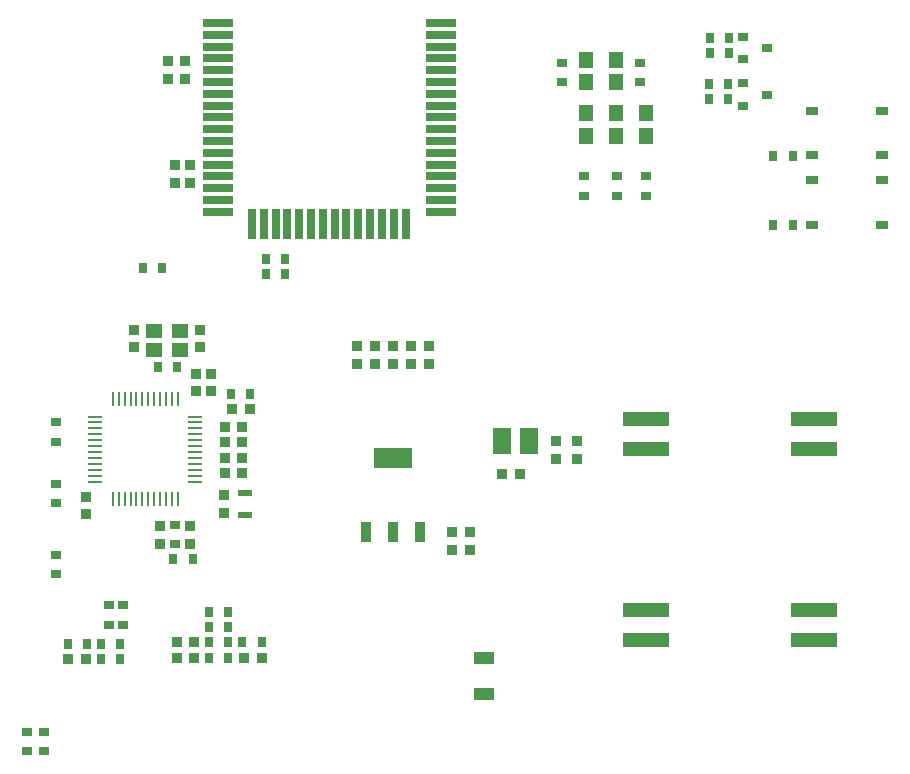
<source format=gtp>
G04*
G04 #@! TF.GenerationSoftware,Altium Limited,Altium Designer,21.6.4 (81)*
G04*
G04 Layer_Color=8421504*
%FSLAX25Y25*%
%MOIN*%
G70*
G04*
G04 #@! TF.SameCoordinates,467C343A-BF68-42E8-BDDD-2ABA41F160E8*
G04*
G04*
G04 #@! TF.FilePolarity,Positive*
G04*
G01*
G75*
%ADD15R,0.03347X0.02756*%
%ADD16R,0.03740X0.03740*%
%ADD17R,0.02756X0.03347*%
%ADD18R,0.03740X0.03740*%
%ADD19R,0.02953X0.10000*%
%ADD20R,0.10000X0.02953*%
%ADD21R,0.04528X0.05315*%
%ADD22R,0.01000X0.04500*%
%ADD23R,0.04500X0.01000*%
%ADD24R,0.05512X0.04528*%
%ADD25R,0.06122X0.09080*%
G04:AMPARAMS|DCode=26|XSize=125.98mil|YSize=68.9mil|CornerRadius=2.07mil|HoleSize=0mil|Usage=FLASHONLY|Rotation=180.000|XOffset=0mil|YOffset=0mil|HoleType=Round|Shape=RoundedRectangle|*
%AMROUNDEDRECTD26*
21,1,0.12598,0.06476,0,0,180.0*
21,1,0.12185,0.06890,0,0,180.0*
1,1,0.00413,-0.06093,0.03238*
1,1,0.00413,0.06093,0.03238*
1,1,0.00413,0.06093,-0.03238*
1,1,0.00413,-0.06093,-0.03238*
%
%ADD26ROUNDEDRECTD26*%
G04:AMPARAMS|DCode=27|XSize=35.43mil|YSize=68.9mil|CornerRadius=1.95mil|HoleSize=0mil|Usage=FLASHONLY|Rotation=180.000|XOffset=0mil|YOffset=0mil|HoleType=Round|Shape=RoundedRectangle|*
%AMROUNDEDRECTD27*
21,1,0.03543,0.06500,0,0,180.0*
21,1,0.03154,0.06890,0,0,180.0*
1,1,0.00390,-0.01577,0.03250*
1,1,0.00390,0.01577,0.03250*
1,1,0.00390,0.01577,-0.03250*
1,1,0.00390,-0.01577,-0.03250*
%
%ADD27ROUNDEDRECTD27*%
%ADD28R,0.15748X0.04921*%
%ADD29R,0.04921X0.02362*%
%ADD30R,0.03937X0.02953*%
%ADD31R,0.03543X0.03150*%
%ADD32R,0.06890X0.04331*%
D15*
X99000Y243252D02*
D03*
Y249748D02*
D03*
X116413Y188764D02*
D03*
Y182268D02*
D03*
X121110Y182252D02*
D03*
Y188748D02*
D03*
X98925Y205520D02*
D03*
Y199024D02*
D03*
X99000Y229248D02*
D03*
Y222752D02*
D03*
X295500Y325252D02*
D03*
Y331748D02*
D03*
X138500Y215461D02*
D03*
Y208965D02*
D03*
X95000Y146476D02*
D03*
Y139980D02*
D03*
X89075D02*
D03*
Y146476D02*
D03*
X293500Y369496D02*
D03*
Y363000D02*
D03*
X267500Y369496D02*
D03*
Y363000D02*
D03*
X286000Y325252D02*
D03*
Y331748D02*
D03*
X275000Y325252D02*
D03*
Y331748D02*
D03*
D16*
X138500Y329547D02*
D03*
Y335453D02*
D03*
X147000Y274638D02*
D03*
Y280543D02*
D03*
X125000D02*
D03*
Y274638D02*
D03*
X237000Y207063D02*
D03*
Y212968D02*
D03*
X230772Y207063D02*
D03*
Y212968D02*
D03*
X272500Y237563D02*
D03*
Y243468D02*
D03*
X265500Y237563D02*
D03*
Y243468D02*
D03*
X205072Y275131D02*
D03*
Y269226D02*
D03*
X199072Y275131D02*
D03*
Y269226D02*
D03*
X217072Y275131D02*
D03*
Y269226D02*
D03*
X223072Y275131D02*
D03*
Y269226D02*
D03*
X211072Y275131D02*
D03*
Y269226D02*
D03*
X155000Y219547D02*
D03*
Y225453D02*
D03*
X133500Y214968D02*
D03*
Y209063D02*
D03*
X143500Y214968D02*
D03*
Y209063D02*
D03*
X109000Y219000D02*
D03*
Y224905D02*
D03*
X145500Y260032D02*
D03*
Y265937D02*
D03*
X150500Y260032D02*
D03*
Y265937D02*
D03*
X143500Y335453D02*
D03*
Y329547D02*
D03*
D17*
X149752Y186500D02*
D03*
X156248D02*
D03*
X149752Y181500D02*
D03*
X156248D02*
D03*
Y176303D02*
D03*
X149752D02*
D03*
Y171197D02*
D03*
X156248D02*
D03*
X161000Y176303D02*
D03*
X167496D02*
D03*
X120248Y175909D02*
D03*
X113752D02*
D03*
Y170925D02*
D03*
X120248D02*
D03*
X102752Y175909D02*
D03*
X109248D02*
D03*
X168752Y304000D02*
D03*
X175248D02*
D03*
X168752Y299000D02*
D03*
X175248D02*
D03*
X139248Y268000D02*
D03*
X132752D02*
D03*
X344500Y315500D02*
D03*
X338004D02*
D03*
Y338500D02*
D03*
X344500D02*
D03*
X144500Y204000D02*
D03*
X138004D02*
D03*
X157055Y259000D02*
D03*
X163551D02*
D03*
X316468Y357397D02*
D03*
X322964D02*
D03*
Y362397D02*
D03*
X316468D02*
D03*
X323275Y377897D02*
D03*
X316779D02*
D03*
X316783Y372897D02*
D03*
X323279D02*
D03*
X127752Y301000D02*
D03*
X134248D02*
D03*
D18*
X139047Y176500D02*
D03*
X144953D02*
D03*
X139047Y171000D02*
D03*
X144953D02*
D03*
X167398D02*
D03*
X161492D02*
D03*
X102850Y170728D02*
D03*
X108756D02*
D03*
X253468Y232500D02*
D03*
X247563D02*
D03*
X157547Y254000D02*
D03*
X163453D02*
D03*
X155063Y237694D02*
D03*
X160968D02*
D03*
X155063Y232889D02*
D03*
X160968D02*
D03*
X155063Y248160D02*
D03*
X160968D02*
D03*
X155063Y243000D02*
D03*
X160968D02*
D03*
X141937Y370000D02*
D03*
X136031D02*
D03*
X141937Y364000D02*
D03*
X136031D02*
D03*
D19*
X215362Y315921D02*
D03*
X211425D02*
D03*
X199614D02*
D03*
X203551D02*
D03*
X207488D02*
D03*
X187803D02*
D03*
X191740D02*
D03*
X195677D02*
D03*
X175992D02*
D03*
X179929D02*
D03*
X183866D02*
D03*
X172055D02*
D03*
X168118D02*
D03*
X164181D02*
D03*
D20*
X153000Y339504D02*
D03*
Y343441D02*
D03*
Y347378D02*
D03*
Y351315D02*
D03*
Y355252D02*
D03*
Y359189D02*
D03*
Y363126D02*
D03*
Y367063D02*
D03*
Y371000D02*
D03*
Y374937D02*
D03*
Y378874D02*
D03*
Y382811D02*
D03*
X227055Y343441D02*
D03*
Y339504D02*
D03*
Y335567D02*
D03*
Y331630D02*
D03*
Y327693D02*
D03*
Y323756D02*
D03*
Y319819D02*
D03*
X153000D02*
D03*
Y323756D02*
D03*
Y327693D02*
D03*
Y331630D02*
D03*
Y335567D02*
D03*
X227055Y347378D02*
D03*
Y351315D02*
D03*
Y355252D02*
D03*
Y359189D02*
D03*
Y363126D02*
D03*
Y367063D02*
D03*
Y371000D02*
D03*
Y374937D02*
D03*
Y378874D02*
D03*
Y382811D02*
D03*
D21*
X275395Y352731D02*
D03*
Y345251D02*
D03*
X295465D02*
D03*
Y352731D02*
D03*
X285430Y345251D02*
D03*
Y352731D02*
D03*
X285500Y370500D02*
D03*
Y363020D02*
D03*
X275465Y370500D02*
D03*
Y363020D02*
D03*
D22*
X117783Y224036D02*
D03*
X119752D02*
D03*
X121720D02*
D03*
X123689D02*
D03*
X125657D02*
D03*
X127626D02*
D03*
X129594D02*
D03*
X133531D02*
D03*
X135500D02*
D03*
X137468D02*
D03*
X139437D02*
D03*
Y257500D02*
D03*
X137468D02*
D03*
X135500D02*
D03*
X133531D02*
D03*
X131563D02*
D03*
X129594D02*
D03*
X127626D02*
D03*
X125657D02*
D03*
X123689D02*
D03*
X121720D02*
D03*
X119752D02*
D03*
X117783D02*
D03*
X131563Y224036D02*
D03*
D23*
X145342Y229941D02*
D03*
Y231910D02*
D03*
Y233878D02*
D03*
Y235847D02*
D03*
Y237815D02*
D03*
Y239784D02*
D03*
Y241752D02*
D03*
Y243721D02*
D03*
Y245689D02*
D03*
Y247658D02*
D03*
Y249626D02*
D03*
Y251595D02*
D03*
X111878D02*
D03*
Y249626D02*
D03*
Y247658D02*
D03*
Y245689D02*
D03*
Y243721D02*
D03*
Y241752D02*
D03*
Y239784D02*
D03*
Y237815D02*
D03*
Y235847D02*
D03*
Y233878D02*
D03*
Y231910D02*
D03*
Y229941D02*
D03*
D24*
X131669Y280150D02*
D03*
X140331D02*
D03*
Y273850D02*
D03*
X131669D02*
D03*
D25*
X256363Y243421D02*
D03*
X247500D02*
D03*
D26*
X211072Y237663D02*
D03*
D27*
X220127Y213056D02*
D03*
X211072D02*
D03*
X202017D02*
D03*
D28*
X351453Y250732D02*
D03*
Y240732D02*
D03*
Y187268D02*
D03*
Y177268D02*
D03*
X295547D02*
D03*
Y187268D02*
D03*
Y250732D02*
D03*
Y240732D02*
D03*
D29*
X162000Y226043D02*
D03*
Y218957D02*
D03*
D30*
X350689Y353500D02*
D03*
X374311D02*
D03*
X350689Y338736D02*
D03*
X374311D02*
D03*
X350689Y330382D02*
D03*
X374311D02*
D03*
X350689Y315618D02*
D03*
X374311D02*
D03*
D31*
X327842Y362637D02*
D03*
Y355157D02*
D03*
X335716Y358897D02*
D03*
X327842Y378137D02*
D03*
Y370657D02*
D03*
X335716Y374397D02*
D03*
D32*
X241500Y171004D02*
D03*
Y158996D02*
D03*
M02*

</source>
